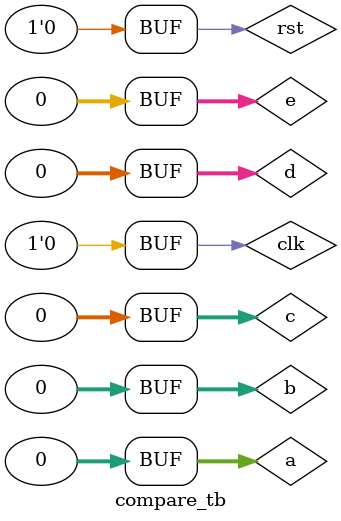
<source format=v>
module compare(
    input [31:0] a,
    input [31:0] b,
    output [31:0] max_number
);
    assign max_number = (a > b) ? a : b;
    
endmodule

module btree(
    input [31:0] a, b, c, d, e,
    input clk,rst,
    output [31:0] max_number,
    output winA,winB,winC,winD,winE
);
    wire [31:0] max_ab, max_cd, max_ab_cd;

    // Compare modules for the first level
    compare comp_ab(.a(a), .b(b), .max_number(max_ab));
    compare comp_cd(.a(c), .b(d), .max_number(max_cd));

    // Compare module for the second level
    compare comp_ab_cd(.a(max_ab), .b(max_cd), .max_number(max_ab_cd));

    // Compare module for the third level
    compare comp_ab_cd_e(.a(max_ab_cd), .b(e), .max_number(max_number));
    
    assign winA = (a == max_number)? 1'b1:1'b0;
    assign winB = (b == max_number)? 1'b1:1'b0;
    assign winC = (c == max_number)? 1'b1:1'b0;
    assign winD = (d == max_number)? 1'b1:1'b0;
    assign winE = (e == max_number)? 1'b1:1'b0;
endmodule

module compare_tb;
    reg [31:0] a, b, c, d, e;
    reg clk,rst;
    wire [31:0] max_number;
    wire winA,winB,winC,winD,winE;
    btree btree_inst(.a(a), .b(b), .c(c), .d(d), .e(e),.clk(clk),.rst(rst),.max_number(max_number), .winA(winA), .winB(winB), .winC(winC), .winD(winD), .winE(winE));
    initial begin
        clk = 0;
        a = 0;
        b = 0;
        c = 0;
        d = 0;
        e = 0;
        rst = 1'b1;
        #10;
        rst = 1'b0;
    end
    initial repeat(10) begin
        clk = ~clk;
        a = $urandom & 50;
        b = $urandom & 50;
        c = $urandom & 50;
        d = $urandom & 50;
        e = $urandom & 50;
        #10;
        
    end
    initial begin
        $monitor("a=%0d, b=%0d, c=%0d, d=%0d, e=%0d, max_number=%0d,win = %0b%0b%0b%0b%0b", a, b, c, d, e, max_number,winA,winB,winC,winD,winE);
    end
endmodule
</source>
